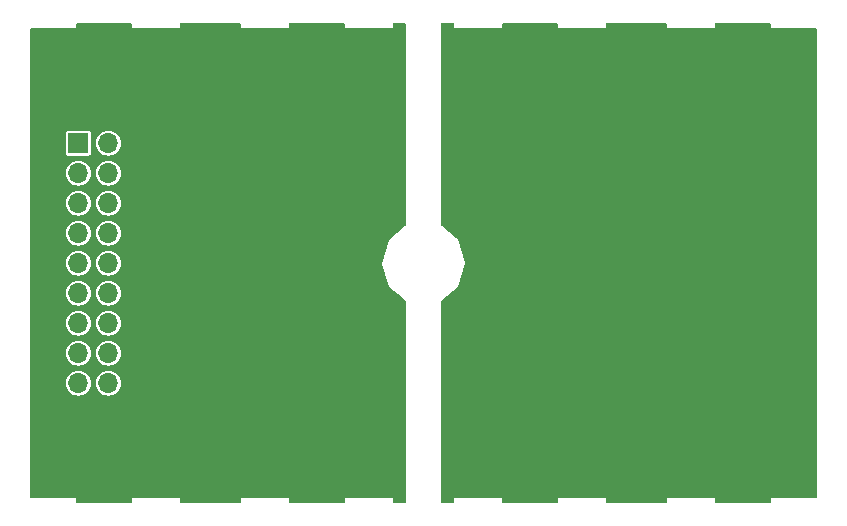
<source format=gbl>
G04 #@! TF.GenerationSoftware,KiCad,Pcbnew,8.0.8*
G04 #@! TF.CreationDate,2025-02-19T13:23:11-05:00*
G04 #@! TF.ProjectId,plot_gerbers,706c6f74-5f67-4657-9262-6572732e6b69,rev?*
G04 #@! TF.SameCoordinates,Original*
G04 #@! TF.FileFunction,Copper,L2,Bot*
G04 #@! TF.FilePolarity,Positive*
%FSLAX46Y46*%
G04 Gerber Fmt 4.6, Leading zero omitted, Abs format (unit mm)*
G04 Created by KiCad (PCBNEW 8.0.8) date 2025-02-19 13:23:11*
%MOMM*%
%LPD*%
G01*
G04 APERTURE LIST*
G04 #@! TA.AperFunction,ComponentPad*
%ADD10R,1.700000X1.700000*%
G04 #@! TD*
G04 #@! TA.AperFunction,ComponentPad*
%ADD11O,1.700000X1.700000*%
G04 #@! TD*
G04 APERTURE END LIST*
D10*
X119190000Y-93890000D03*
D11*
X121730000Y-93890000D03*
X119190000Y-96430000D03*
X121730000Y-96430000D03*
X119190000Y-98970000D03*
X121730000Y-98970000D03*
X119190000Y-101510000D03*
X121730000Y-101510000D03*
X119190000Y-104050000D03*
X121730000Y-104050000D03*
X119190000Y-106590000D03*
X121730000Y-106590000D03*
X119190000Y-109130000D03*
X121730000Y-109130000D03*
X119190000Y-111670000D03*
X121730000Y-111670000D03*
X119190000Y-114210000D03*
X121730000Y-114210000D03*
G04 #@! TA.AperFunction,NonConductor*
G36*
X150953039Y-83710185D02*
G01*
X150998794Y-83762989D01*
X151010000Y-83814500D01*
X151010000Y-84140000D01*
X155080000Y-84140000D01*
X155080000Y-83814500D01*
X155099685Y-83747461D01*
X155152489Y-83701706D01*
X155204000Y-83690500D01*
X159686000Y-83690500D01*
X159753039Y-83710185D01*
X159798794Y-83762989D01*
X159810000Y-83814500D01*
X159810000Y-84140000D01*
X163880000Y-84140000D01*
X163880000Y-83814500D01*
X163899685Y-83747461D01*
X163952489Y-83701706D01*
X164004000Y-83690500D01*
X168886000Y-83690500D01*
X168953039Y-83710185D01*
X168998794Y-83762989D01*
X169010000Y-83814500D01*
X169010000Y-84140000D01*
X173080000Y-84140000D01*
X173080000Y-83814500D01*
X173099685Y-83747461D01*
X173152489Y-83701706D01*
X173204000Y-83690500D01*
X177686000Y-83690500D01*
X177753039Y-83710185D01*
X177798794Y-83762989D01*
X177810000Y-83814500D01*
X177810000Y-84140000D01*
X181586000Y-84140000D01*
X181653039Y-84159685D01*
X181698794Y-84212489D01*
X181710000Y-84264000D01*
X181710000Y-123816000D01*
X181690315Y-123883039D01*
X181637511Y-123928794D01*
X181586000Y-123940000D01*
X177810000Y-123940000D01*
X177810000Y-124265500D01*
X177790315Y-124332539D01*
X177737511Y-124378294D01*
X177686000Y-124389500D01*
X173204000Y-124389500D01*
X173136961Y-124369815D01*
X173091206Y-124317011D01*
X173080000Y-124265500D01*
X173080000Y-123940000D01*
X169010000Y-123940000D01*
X169010000Y-124265500D01*
X168990315Y-124332539D01*
X168937511Y-124378294D01*
X168886000Y-124389500D01*
X164004000Y-124389500D01*
X163936961Y-124369815D01*
X163891206Y-124317011D01*
X163880000Y-124265500D01*
X163880000Y-123940000D01*
X159810000Y-123940000D01*
X159810000Y-124265500D01*
X159790315Y-124332539D01*
X159737511Y-124378294D01*
X159686000Y-124389500D01*
X155204000Y-124389500D01*
X155136961Y-124369815D01*
X155091206Y-124317011D01*
X155080000Y-124265500D01*
X155080000Y-123940000D01*
X151010000Y-123940000D01*
X151010000Y-124265500D01*
X150990315Y-124332539D01*
X150937511Y-124378294D01*
X150886000Y-124389500D01*
X150034000Y-124389500D01*
X149966961Y-124369815D01*
X149921206Y-124317011D01*
X149910000Y-124265500D01*
X149910000Y-107307579D01*
X149929685Y-107240540D01*
X149953988Y-107212847D01*
X150013272Y-107162775D01*
X151330353Y-106050353D01*
X151940000Y-104040000D01*
X151330353Y-102029647D01*
X151193375Y-101913954D01*
X149953988Y-100867152D01*
X149915474Y-100808856D01*
X149910000Y-100772420D01*
X149910000Y-83814500D01*
X149929685Y-83747461D01*
X149982489Y-83701706D01*
X150034000Y-83690500D01*
X150886000Y-83690500D01*
X150953039Y-83710185D01*
G37*
G04 #@! TD.AperFunction*
G04 #@! TA.AperFunction,NonConductor*
G36*
X123683039Y-83710185D02*
G01*
X123728794Y-83762989D01*
X123740000Y-83814500D01*
X123740000Y-84140000D01*
X127810000Y-84140000D01*
X127810000Y-83814500D01*
X127829685Y-83747461D01*
X127882489Y-83701706D01*
X127934000Y-83690500D01*
X132816000Y-83690500D01*
X132883039Y-83710185D01*
X132928794Y-83762989D01*
X132940000Y-83814500D01*
X132940000Y-84140000D01*
X137010000Y-84140000D01*
X137010000Y-83814500D01*
X137029685Y-83747461D01*
X137082489Y-83701706D01*
X137134000Y-83690500D01*
X141616000Y-83690500D01*
X141683039Y-83710185D01*
X141728794Y-83762989D01*
X141740000Y-83814500D01*
X141740000Y-84140000D01*
X145810000Y-84140000D01*
X145810000Y-83814500D01*
X145829685Y-83747461D01*
X145882489Y-83701706D01*
X145934000Y-83690500D01*
X146786000Y-83690500D01*
X146853039Y-83710185D01*
X146898794Y-83762989D01*
X146910000Y-83814500D01*
X146910000Y-100792932D01*
X146890315Y-100859971D01*
X146866653Y-100887118D01*
X145448775Y-102101272D01*
X145448773Y-102101275D01*
X144899999Y-104105001D01*
X144899999Y-104105002D01*
X145496908Y-106060587D01*
X145496910Y-106060590D01*
X146654465Y-106993956D01*
X146863834Y-107162775D01*
X146903666Y-107220179D01*
X146910000Y-107259304D01*
X146910000Y-124265500D01*
X146890315Y-124332539D01*
X146837511Y-124378294D01*
X146786000Y-124389500D01*
X145934000Y-124389500D01*
X145866961Y-124369815D01*
X145821206Y-124317011D01*
X145810000Y-124265500D01*
X145810000Y-123940000D01*
X141740000Y-123940000D01*
X141740000Y-124265500D01*
X141720315Y-124332539D01*
X141667511Y-124378294D01*
X141616000Y-124389500D01*
X137134000Y-124389500D01*
X137066961Y-124369815D01*
X137021206Y-124317011D01*
X137010000Y-124265500D01*
X137010000Y-123940000D01*
X132940000Y-123940000D01*
X132940000Y-124265500D01*
X132920315Y-124332539D01*
X132867511Y-124378294D01*
X132816000Y-124389500D01*
X127934000Y-124389500D01*
X127866961Y-124369815D01*
X127821206Y-124317011D01*
X127810000Y-124265500D01*
X127810000Y-123940000D01*
X123740000Y-123940000D01*
X123740000Y-124265500D01*
X123720315Y-124332539D01*
X123667511Y-124378294D01*
X123616000Y-124389500D01*
X119134000Y-124389500D01*
X119066961Y-124369815D01*
X119021206Y-124317011D01*
X119010000Y-124265500D01*
X119010000Y-123940000D01*
X115234000Y-123940000D01*
X115166961Y-123920315D01*
X115121206Y-123867511D01*
X115110000Y-123816000D01*
X115110000Y-114210000D01*
X118134417Y-114210000D01*
X118154699Y-114415932D01*
X118154700Y-114415934D01*
X118214768Y-114613954D01*
X118312315Y-114796450D01*
X118312317Y-114796452D01*
X118443589Y-114956410D01*
X118540209Y-115035702D01*
X118603550Y-115087685D01*
X118786046Y-115185232D01*
X118984066Y-115245300D01*
X118984065Y-115245300D01*
X119002529Y-115247118D01*
X119190000Y-115265583D01*
X119395934Y-115245300D01*
X119593954Y-115185232D01*
X119776450Y-115087685D01*
X119936410Y-114956410D01*
X120067685Y-114796450D01*
X120165232Y-114613954D01*
X120225300Y-114415934D01*
X120245583Y-114210000D01*
X120674417Y-114210000D01*
X120694699Y-114415932D01*
X120694700Y-114415934D01*
X120754768Y-114613954D01*
X120852315Y-114796450D01*
X120852317Y-114796452D01*
X120983589Y-114956410D01*
X121080209Y-115035702D01*
X121143550Y-115087685D01*
X121326046Y-115185232D01*
X121524066Y-115245300D01*
X121524065Y-115245300D01*
X121542529Y-115247118D01*
X121730000Y-115265583D01*
X121935934Y-115245300D01*
X122133954Y-115185232D01*
X122316450Y-115087685D01*
X122476410Y-114956410D01*
X122607685Y-114796450D01*
X122705232Y-114613954D01*
X122765300Y-114415934D01*
X122785583Y-114210000D01*
X122765300Y-114004066D01*
X122705232Y-113806046D01*
X122607685Y-113623550D01*
X122555702Y-113560209D01*
X122476410Y-113463589D01*
X122316452Y-113332317D01*
X122316453Y-113332317D01*
X122316450Y-113332315D01*
X122133954Y-113234768D01*
X121935934Y-113174700D01*
X121935932Y-113174699D01*
X121935934Y-113174699D01*
X121730000Y-113154417D01*
X121524067Y-113174699D01*
X121326043Y-113234769D01*
X121215898Y-113293643D01*
X121143550Y-113332315D01*
X121143548Y-113332316D01*
X121143547Y-113332317D01*
X120983589Y-113463589D01*
X120852317Y-113623547D01*
X120754769Y-113806043D01*
X120694699Y-114004067D01*
X120674417Y-114210000D01*
X120245583Y-114210000D01*
X120225300Y-114004066D01*
X120165232Y-113806046D01*
X120067685Y-113623550D01*
X120015702Y-113560209D01*
X119936410Y-113463589D01*
X119776452Y-113332317D01*
X119776453Y-113332317D01*
X119776450Y-113332315D01*
X119593954Y-113234768D01*
X119395934Y-113174700D01*
X119395932Y-113174699D01*
X119395934Y-113174699D01*
X119190000Y-113154417D01*
X118984067Y-113174699D01*
X118786043Y-113234769D01*
X118675898Y-113293643D01*
X118603550Y-113332315D01*
X118603548Y-113332316D01*
X118603547Y-113332317D01*
X118443589Y-113463589D01*
X118312317Y-113623547D01*
X118214769Y-113806043D01*
X118154699Y-114004067D01*
X118134417Y-114210000D01*
X115110000Y-114210000D01*
X115110000Y-111670000D01*
X118134417Y-111670000D01*
X118154699Y-111875932D01*
X118154700Y-111875934D01*
X118214768Y-112073954D01*
X118312315Y-112256450D01*
X118312317Y-112256452D01*
X118443589Y-112416410D01*
X118540209Y-112495702D01*
X118603550Y-112547685D01*
X118786046Y-112645232D01*
X118984066Y-112705300D01*
X118984065Y-112705300D01*
X119002529Y-112707118D01*
X119190000Y-112725583D01*
X119395934Y-112705300D01*
X119593954Y-112645232D01*
X119776450Y-112547685D01*
X119936410Y-112416410D01*
X120067685Y-112256450D01*
X120165232Y-112073954D01*
X120225300Y-111875934D01*
X120245583Y-111670000D01*
X120674417Y-111670000D01*
X120694699Y-111875932D01*
X120694700Y-111875934D01*
X120754768Y-112073954D01*
X120852315Y-112256450D01*
X120852317Y-112256452D01*
X120983589Y-112416410D01*
X121080209Y-112495702D01*
X121143550Y-112547685D01*
X121326046Y-112645232D01*
X121524066Y-112705300D01*
X121524065Y-112705300D01*
X121542529Y-112707118D01*
X121730000Y-112725583D01*
X121935934Y-112705300D01*
X122133954Y-112645232D01*
X122316450Y-112547685D01*
X122476410Y-112416410D01*
X122607685Y-112256450D01*
X122705232Y-112073954D01*
X122765300Y-111875934D01*
X122785583Y-111670000D01*
X122765300Y-111464066D01*
X122705232Y-111266046D01*
X122607685Y-111083550D01*
X122555702Y-111020209D01*
X122476410Y-110923589D01*
X122316452Y-110792317D01*
X122316453Y-110792317D01*
X122316450Y-110792315D01*
X122133954Y-110694768D01*
X121935934Y-110634700D01*
X121935932Y-110634699D01*
X121935934Y-110634699D01*
X121730000Y-110614417D01*
X121524067Y-110634699D01*
X121326043Y-110694769D01*
X121215898Y-110753643D01*
X121143550Y-110792315D01*
X121143548Y-110792316D01*
X121143547Y-110792317D01*
X120983589Y-110923589D01*
X120852317Y-111083547D01*
X120754769Y-111266043D01*
X120694699Y-111464067D01*
X120674417Y-111670000D01*
X120245583Y-111670000D01*
X120225300Y-111464066D01*
X120165232Y-111266046D01*
X120067685Y-111083550D01*
X120015702Y-111020209D01*
X119936410Y-110923589D01*
X119776452Y-110792317D01*
X119776453Y-110792317D01*
X119776450Y-110792315D01*
X119593954Y-110694768D01*
X119395934Y-110634700D01*
X119395932Y-110634699D01*
X119395934Y-110634699D01*
X119190000Y-110614417D01*
X118984067Y-110634699D01*
X118786043Y-110694769D01*
X118675898Y-110753643D01*
X118603550Y-110792315D01*
X118603548Y-110792316D01*
X118603547Y-110792317D01*
X118443589Y-110923589D01*
X118312317Y-111083547D01*
X118214769Y-111266043D01*
X118154699Y-111464067D01*
X118134417Y-111670000D01*
X115110000Y-111670000D01*
X115110000Y-109130000D01*
X118134417Y-109130000D01*
X118154699Y-109335932D01*
X118154700Y-109335934D01*
X118214768Y-109533954D01*
X118312315Y-109716450D01*
X118312317Y-109716452D01*
X118443589Y-109876410D01*
X118540209Y-109955702D01*
X118603550Y-110007685D01*
X118786046Y-110105232D01*
X118984066Y-110165300D01*
X118984065Y-110165300D01*
X119002529Y-110167118D01*
X119190000Y-110185583D01*
X119395934Y-110165300D01*
X119593954Y-110105232D01*
X119776450Y-110007685D01*
X119936410Y-109876410D01*
X120067685Y-109716450D01*
X120165232Y-109533954D01*
X120225300Y-109335934D01*
X120245583Y-109130000D01*
X120674417Y-109130000D01*
X120694699Y-109335932D01*
X120694700Y-109335934D01*
X120754768Y-109533954D01*
X120852315Y-109716450D01*
X120852317Y-109716452D01*
X120983589Y-109876410D01*
X121080209Y-109955702D01*
X121143550Y-110007685D01*
X121326046Y-110105232D01*
X121524066Y-110165300D01*
X121524065Y-110165300D01*
X121542529Y-110167118D01*
X121730000Y-110185583D01*
X121935934Y-110165300D01*
X122133954Y-110105232D01*
X122316450Y-110007685D01*
X122476410Y-109876410D01*
X122607685Y-109716450D01*
X122705232Y-109533954D01*
X122765300Y-109335934D01*
X122785583Y-109130000D01*
X122765300Y-108924066D01*
X122705232Y-108726046D01*
X122607685Y-108543550D01*
X122555702Y-108480209D01*
X122476410Y-108383589D01*
X122316452Y-108252317D01*
X122316453Y-108252317D01*
X122316450Y-108252315D01*
X122133954Y-108154768D01*
X121935934Y-108094700D01*
X121935932Y-108094699D01*
X121935934Y-108094699D01*
X121730000Y-108074417D01*
X121524067Y-108094699D01*
X121326043Y-108154769D01*
X121215898Y-108213643D01*
X121143550Y-108252315D01*
X121143548Y-108252316D01*
X121143547Y-108252317D01*
X120983589Y-108383589D01*
X120852317Y-108543547D01*
X120754769Y-108726043D01*
X120694699Y-108924067D01*
X120674417Y-109130000D01*
X120245583Y-109130000D01*
X120225300Y-108924066D01*
X120165232Y-108726046D01*
X120067685Y-108543550D01*
X120015702Y-108480209D01*
X119936410Y-108383589D01*
X119776452Y-108252317D01*
X119776453Y-108252317D01*
X119776450Y-108252315D01*
X119593954Y-108154768D01*
X119395934Y-108094700D01*
X119395932Y-108094699D01*
X119395934Y-108094699D01*
X119190000Y-108074417D01*
X118984067Y-108094699D01*
X118786043Y-108154769D01*
X118675898Y-108213643D01*
X118603550Y-108252315D01*
X118603548Y-108252316D01*
X118603547Y-108252317D01*
X118443589Y-108383589D01*
X118312317Y-108543547D01*
X118214769Y-108726043D01*
X118154699Y-108924067D01*
X118134417Y-109130000D01*
X115110000Y-109130000D01*
X115110000Y-106590000D01*
X118134417Y-106590000D01*
X118154699Y-106795932D01*
X118154700Y-106795934D01*
X118214768Y-106993954D01*
X118312315Y-107176450D01*
X118312317Y-107176452D01*
X118443589Y-107336410D01*
X118540209Y-107415702D01*
X118603550Y-107467685D01*
X118786046Y-107565232D01*
X118984066Y-107625300D01*
X118984065Y-107625300D01*
X119002529Y-107627118D01*
X119190000Y-107645583D01*
X119395934Y-107625300D01*
X119593954Y-107565232D01*
X119776450Y-107467685D01*
X119936410Y-107336410D01*
X120067685Y-107176450D01*
X120165232Y-106993954D01*
X120225300Y-106795934D01*
X120245583Y-106590000D01*
X120674417Y-106590000D01*
X120694699Y-106795932D01*
X120694700Y-106795934D01*
X120754768Y-106993954D01*
X120852315Y-107176450D01*
X120852317Y-107176452D01*
X120983589Y-107336410D01*
X121080209Y-107415702D01*
X121143550Y-107467685D01*
X121326046Y-107565232D01*
X121524066Y-107625300D01*
X121524065Y-107625300D01*
X121542529Y-107627118D01*
X121730000Y-107645583D01*
X121935934Y-107625300D01*
X122133954Y-107565232D01*
X122316450Y-107467685D01*
X122476410Y-107336410D01*
X122607685Y-107176450D01*
X122705232Y-106993954D01*
X122765300Y-106795934D01*
X122785583Y-106590000D01*
X122765300Y-106384066D01*
X122705232Y-106186046D01*
X122607685Y-106003550D01*
X122555702Y-105940209D01*
X122476410Y-105843589D01*
X122316452Y-105712317D01*
X122316453Y-105712317D01*
X122316450Y-105712315D01*
X122133954Y-105614768D01*
X121935934Y-105554700D01*
X121935932Y-105554699D01*
X121935934Y-105554699D01*
X121730000Y-105534417D01*
X121524067Y-105554699D01*
X121326043Y-105614769D01*
X121215898Y-105673643D01*
X121143550Y-105712315D01*
X121143548Y-105712316D01*
X121143547Y-105712317D01*
X120983589Y-105843589D01*
X120852317Y-106003547D01*
X120754769Y-106186043D01*
X120694699Y-106384067D01*
X120674417Y-106590000D01*
X120245583Y-106590000D01*
X120225300Y-106384066D01*
X120165232Y-106186046D01*
X120067685Y-106003550D01*
X120015702Y-105940209D01*
X119936410Y-105843589D01*
X119776452Y-105712317D01*
X119776453Y-105712317D01*
X119776450Y-105712315D01*
X119593954Y-105614768D01*
X119395934Y-105554700D01*
X119395932Y-105554699D01*
X119395934Y-105554699D01*
X119190000Y-105534417D01*
X118984067Y-105554699D01*
X118786043Y-105614769D01*
X118675898Y-105673643D01*
X118603550Y-105712315D01*
X118603548Y-105712316D01*
X118603547Y-105712317D01*
X118443589Y-105843589D01*
X118312317Y-106003547D01*
X118214769Y-106186043D01*
X118154699Y-106384067D01*
X118134417Y-106590000D01*
X115110000Y-106590000D01*
X115110000Y-104050000D01*
X118134417Y-104050000D01*
X118154699Y-104255932D01*
X118154700Y-104255934D01*
X118214768Y-104453954D01*
X118312315Y-104636450D01*
X118312317Y-104636452D01*
X118443589Y-104796410D01*
X118540209Y-104875702D01*
X118603550Y-104927685D01*
X118786046Y-105025232D01*
X118984066Y-105085300D01*
X118984065Y-105085300D01*
X119002529Y-105087118D01*
X119190000Y-105105583D01*
X119395934Y-105085300D01*
X119593954Y-105025232D01*
X119776450Y-104927685D01*
X119936410Y-104796410D01*
X120067685Y-104636450D01*
X120165232Y-104453954D01*
X120225300Y-104255934D01*
X120245583Y-104050000D01*
X120674417Y-104050000D01*
X120694699Y-104255932D01*
X120694700Y-104255934D01*
X120754768Y-104453954D01*
X120852315Y-104636450D01*
X120852317Y-104636452D01*
X120983589Y-104796410D01*
X121080209Y-104875702D01*
X121143550Y-104927685D01*
X121326046Y-105025232D01*
X121524066Y-105085300D01*
X121524065Y-105085300D01*
X121542529Y-105087118D01*
X121730000Y-105105583D01*
X121935934Y-105085300D01*
X122133954Y-105025232D01*
X122316450Y-104927685D01*
X122476410Y-104796410D01*
X122607685Y-104636450D01*
X122705232Y-104453954D01*
X122765300Y-104255934D01*
X122785583Y-104050000D01*
X122765300Y-103844066D01*
X122705232Y-103646046D01*
X122607685Y-103463550D01*
X122555702Y-103400209D01*
X122476410Y-103303589D01*
X122316452Y-103172317D01*
X122316453Y-103172317D01*
X122316450Y-103172315D01*
X122133954Y-103074768D01*
X121935934Y-103014700D01*
X121935932Y-103014699D01*
X121935934Y-103014699D01*
X121730000Y-102994417D01*
X121524067Y-103014699D01*
X121326043Y-103074769D01*
X121215898Y-103133643D01*
X121143550Y-103172315D01*
X121143548Y-103172316D01*
X121143547Y-103172317D01*
X120983589Y-103303589D01*
X120852317Y-103463547D01*
X120754769Y-103646043D01*
X120694699Y-103844067D01*
X120674417Y-104050000D01*
X120245583Y-104050000D01*
X120225300Y-103844066D01*
X120165232Y-103646046D01*
X120067685Y-103463550D01*
X120015702Y-103400209D01*
X119936410Y-103303589D01*
X119776452Y-103172317D01*
X119776453Y-103172317D01*
X119776450Y-103172315D01*
X119593954Y-103074768D01*
X119395934Y-103014700D01*
X119395932Y-103014699D01*
X119395934Y-103014699D01*
X119190000Y-102994417D01*
X118984067Y-103014699D01*
X118786043Y-103074769D01*
X118675898Y-103133643D01*
X118603550Y-103172315D01*
X118603548Y-103172316D01*
X118603547Y-103172317D01*
X118443589Y-103303589D01*
X118312317Y-103463547D01*
X118214769Y-103646043D01*
X118154699Y-103844067D01*
X118134417Y-104050000D01*
X115110000Y-104050000D01*
X115110000Y-101510000D01*
X118134417Y-101510000D01*
X118154699Y-101715932D01*
X118154700Y-101715934D01*
X118214768Y-101913954D01*
X118312315Y-102096450D01*
X118316274Y-102101274D01*
X118443589Y-102256410D01*
X118540209Y-102335702D01*
X118603550Y-102387685D01*
X118786046Y-102485232D01*
X118984066Y-102545300D01*
X118984065Y-102545300D01*
X119002529Y-102547118D01*
X119190000Y-102565583D01*
X119395934Y-102545300D01*
X119593954Y-102485232D01*
X119776450Y-102387685D01*
X119936410Y-102256410D01*
X120067685Y-102096450D01*
X120165232Y-101913954D01*
X120225300Y-101715934D01*
X120245583Y-101510000D01*
X120674417Y-101510000D01*
X120694699Y-101715932D01*
X120694700Y-101715934D01*
X120754768Y-101913954D01*
X120852315Y-102096450D01*
X120856274Y-102101274D01*
X120983589Y-102256410D01*
X121080209Y-102335702D01*
X121143550Y-102387685D01*
X121326046Y-102485232D01*
X121524066Y-102545300D01*
X121524065Y-102545300D01*
X121542529Y-102547118D01*
X121730000Y-102565583D01*
X121935934Y-102545300D01*
X122133954Y-102485232D01*
X122316450Y-102387685D01*
X122476410Y-102256410D01*
X122607685Y-102096450D01*
X122705232Y-101913954D01*
X122765300Y-101715934D01*
X122785583Y-101510000D01*
X122765300Y-101304066D01*
X122705232Y-101106046D01*
X122607685Y-100923550D01*
X122555507Y-100859971D01*
X122476410Y-100763589D01*
X122316452Y-100632317D01*
X122316453Y-100632317D01*
X122316450Y-100632315D01*
X122133954Y-100534768D01*
X121935934Y-100474700D01*
X121935932Y-100474699D01*
X121935934Y-100474699D01*
X121730000Y-100454417D01*
X121524067Y-100474699D01*
X121326043Y-100534769D01*
X121215898Y-100593643D01*
X121143550Y-100632315D01*
X121143548Y-100632316D01*
X121143547Y-100632317D01*
X120983589Y-100763589D01*
X120852317Y-100923547D01*
X120754769Y-101106043D01*
X120694699Y-101304067D01*
X120674417Y-101510000D01*
X120245583Y-101510000D01*
X120225300Y-101304066D01*
X120165232Y-101106046D01*
X120067685Y-100923550D01*
X120015507Y-100859971D01*
X119936410Y-100763589D01*
X119776452Y-100632317D01*
X119776453Y-100632317D01*
X119776450Y-100632315D01*
X119593954Y-100534768D01*
X119395934Y-100474700D01*
X119395932Y-100474699D01*
X119395934Y-100474699D01*
X119190000Y-100454417D01*
X118984067Y-100474699D01*
X118786043Y-100534769D01*
X118675898Y-100593643D01*
X118603550Y-100632315D01*
X118603548Y-100632316D01*
X118603547Y-100632317D01*
X118443589Y-100763589D01*
X118312317Y-100923547D01*
X118214769Y-101106043D01*
X118154699Y-101304067D01*
X118134417Y-101510000D01*
X115110000Y-101510000D01*
X115110000Y-98970000D01*
X118134417Y-98970000D01*
X118154699Y-99175932D01*
X118154700Y-99175934D01*
X118214768Y-99373954D01*
X118312315Y-99556450D01*
X118312317Y-99556452D01*
X118443589Y-99716410D01*
X118540209Y-99795702D01*
X118603550Y-99847685D01*
X118786046Y-99945232D01*
X118984066Y-100005300D01*
X118984065Y-100005300D01*
X119002529Y-100007118D01*
X119190000Y-100025583D01*
X119395934Y-100005300D01*
X119593954Y-99945232D01*
X119776450Y-99847685D01*
X119936410Y-99716410D01*
X120067685Y-99556450D01*
X120165232Y-99373954D01*
X120225300Y-99175934D01*
X120245583Y-98970000D01*
X120674417Y-98970000D01*
X120694699Y-99175932D01*
X120694700Y-99175934D01*
X120754768Y-99373954D01*
X120852315Y-99556450D01*
X120852317Y-99556452D01*
X120983589Y-99716410D01*
X121080209Y-99795702D01*
X121143550Y-99847685D01*
X121326046Y-99945232D01*
X121524066Y-100005300D01*
X121524065Y-100005300D01*
X121542529Y-100007118D01*
X121730000Y-100025583D01*
X121935934Y-100005300D01*
X122133954Y-99945232D01*
X122316450Y-99847685D01*
X122476410Y-99716410D01*
X122607685Y-99556450D01*
X122705232Y-99373954D01*
X122765300Y-99175934D01*
X122785583Y-98970000D01*
X122765300Y-98764066D01*
X122705232Y-98566046D01*
X122607685Y-98383550D01*
X122555702Y-98320209D01*
X122476410Y-98223589D01*
X122316452Y-98092317D01*
X122316453Y-98092317D01*
X122316450Y-98092315D01*
X122133954Y-97994768D01*
X121935934Y-97934700D01*
X121935932Y-97934699D01*
X121935934Y-97934699D01*
X121730000Y-97914417D01*
X121524067Y-97934699D01*
X121326043Y-97994769D01*
X121215898Y-98053643D01*
X121143550Y-98092315D01*
X121143548Y-98092316D01*
X121143547Y-98092317D01*
X120983589Y-98223589D01*
X120852317Y-98383547D01*
X120754769Y-98566043D01*
X120694699Y-98764067D01*
X120674417Y-98970000D01*
X120245583Y-98970000D01*
X120225300Y-98764066D01*
X120165232Y-98566046D01*
X120067685Y-98383550D01*
X120015702Y-98320209D01*
X119936410Y-98223589D01*
X119776452Y-98092317D01*
X119776453Y-98092317D01*
X119776450Y-98092315D01*
X119593954Y-97994768D01*
X119395934Y-97934700D01*
X119395932Y-97934699D01*
X119395934Y-97934699D01*
X119190000Y-97914417D01*
X118984067Y-97934699D01*
X118786043Y-97994769D01*
X118675898Y-98053643D01*
X118603550Y-98092315D01*
X118603548Y-98092316D01*
X118603547Y-98092317D01*
X118443589Y-98223589D01*
X118312317Y-98383547D01*
X118214769Y-98566043D01*
X118154699Y-98764067D01*
X118134417Y-98970000D01*
X115110000Y-98970000D01*
X115110000Y-96430000D01*
X118134417Y-96430000D01*
X118154699Y-96635932D01*
X118154700Y-96635934D01*
X118214768Y-96833954D01*
X118312315Y-97016450D01*
X118312317Y-97016452D01*
X118443589Y-97176410D01*
X118540209Y-97255702D01*
X118603550Y-97307685D01*
X118786046Y-97405232D01*
X118984066Y-97465300D01*
X118984065Y-97465300D01*
X119002529Y-97467118D01*
X119190000Y-97485583D01*
X119395934Y-97465300D01*
X119593954Y-97405232D01*
X119776450Y-97307685D01*
X119936410Y-97176410D01*
X120067685Y-97016450D01*
X120165232Y-96833954D01*
X120225300Y-96635934D01*
X120245583Y-96430000D01*
X120674417Y-96430000D01*
X120694699Y-96635932D01*
X120694700Y-96635934D01*
X120754768Y-96833954D01*
X120852315Y-97016450D01*
X120852317Y-97016452D01*
X120983589Y-97176410D01*
X121080209Y-97255702D01*
X121143550Y-97307685D01*
X121326046Y-97405232D01*
X121524066Y-97465300D01*
X121524065Y-97465300D01*
X121542529Y-97467118D01*
X121730000Y-97485583D01*
X121935934Y-97465300D01*
X122133954Y-97405232D01*
X122316450Y-97307685D01*
X122476410Y-97176410D01*
X122607685Y-97016450D01*
X122705232Y-96833954D01*
X122765300Y-96635934D01*
X122785583Y-96430000D01*
X122765300Y-96224066D01*
X122705232Y-96026046D01*
X122607685Y-95843550D01*
X122555702Y-95780209D01*
X122476410Y-95683589D01*
X122316452Y-95552317D01*
X122316453Y-95552317D01*
X122316450Y-95552315D01*
X122133954Y-95454768D01*
X121935934Y-95394700D01*
X121935932Y-95394699D01*
X121935934Y-95394699D01*
X121730000Y-95374417D01*
X121524067Y-95394699D01*
X121326043Y-95454769D01*
X121215898Y-95513643D01*
X121143550Y-95552315D01*
X121143548Y-95552316D01*
X121143547Y-95552317D01*
X120983589Y-95683589D01*
X120852317Y-95843547D01*
X120754769Y-96026043D01*
X120694699Y-96224067D01*
X120674417Y-96430000D01*
X120245583Y-96430000D01*
X120225300Y-96224066D01*
X120165232Y-96026046D01*
X120067685Y-95843550D01*
X120015702Y-95780209D01*
X119936410Y-95683589D01*
X119776452Y-95552317D01*
X119776453Y-95552317D01*
X119776450Y-95552315D01*
X119593954Y-95454768D01*
X119395934Y-95394700D01*
X119395932Y-95394699D01*
X119395934Y-95394699D01*
X119190000Y-95374417D01*
X118984067Y-95394699D01*
X118786043Y-95454769D01*
X118675898Y-95513643D01*
X118603550Y-95552315D01*
X118603548Y-95552316D01*
X118603547Y-95552317D01*
X118443589Y-95683589D01*
X118312317Y-95843547D01*
X118214769Y-96026043D01*
X118154699Y-96224067D01*
X118134417Y-96430000D01*
X115110000Y-96430000D01*
X115110000Y-93020247D01*
X118139500Y-93020247D01*
X118139500Y-94759752D01*
X118151131Y-94818229D01*
X118151132Y-94818230D01*
X118195447Y-94884552D01*
X118261769Y-94928867D01*
X118261770Y-94928868D01*
X118320247Y-94940499D01*
X118320250Y-94940500D01*
X118320252Y-94940500D01*
X120059750Y-94940500D01*
X120059751Y-94940499D01*
X120074568Y-94937552D01*
X120118229Y-94928868D01*
X120118229Y-94928867D01*
X120118231Y-94928867D01*
X120184552Y-94884552D01*
X120228867Y-94818231D01*
X120228867Y-94818229D01*
X120228868Y-94818229D01*
X120240499Y-94759752D01*
X120240500Y-94759750D01*
X120240500Y-93890000D01*
X120674417Y-93890000D01*
X120694699Y-94095932D01*
X120694700Y-94095934D01*
X120754768Y-94293954D01*
X120852315Y-94476450D01*
X120852317Y-94476452D01*
X120983589Y-94636410D01*
X121080209Y-94715702D01*
X121143550Y-94767685D01*
X121326046Y-94865232D01*
X121524066Y-94925300D01*
X121524065Y-94925300D01*
X121542529Y-94927118D01*
X121730000Y-94945583D01*
X121935934Y-94925300D01*
X122133954Y-94865232D01*
X122316450Y-94767685D01*
X122476410Y-94636410D01*
X122607685Y-94476450D01*
X122705232Y-94293954D01*
X122765300Y-94095934D01*
X122785583Y-93890000D01*
X122765300Y-93684066D01*
X122705232Y-93486046D01*
X122607685Y-93303550D01*
X122555702Y-93240209D01*
X122476410Y-93143589D01*
X122326121Y-93020252D01*
X122316450Y-93012315D01*
X122133954Y-92914768D01*
X121935934Y-92854700D01*
X121935932Y-92854699D01*
X121935934Y-92854699D01*
X121730000Y-92834417D01*
X121524067Y-92854699D01*
X121326043Y-92914769D01*
X121238114Y-92961769D01*
X121143550Y-93012315D01*
X121143548Y-93012316D01*
X121143547Y-93012317D01*
X120983589Y-93143589D01*
X120852317Y-93303547D01*
X120754769Y-93486043D01*
X120694699Y-93684067D01*
X120674417Y-93890000D01*
X120240500Y-93890000D01*
X120240500Y-93020249D01*
X120240499Y-93020247D01*
X120228868Y-92961770D01*
X120228867Y-92961769D01*
X120184552Y-92895447D01*
X120118230Y-92851132D01*
X120118229Y-92851131D01*
X120059752Y-92839500D01*
X120059748Y-92839500D01*
X118320252Y-92839500D01*
X118320247Y-92839500D01*
X118261770Y-92851131D01*
X118261769Y-92851132D01*
X118195447Y-92895447D01*
X118151132Y-92961769D01*
X118151131Y-92961770D01*
X118139500Y-93020247D01*
X115110000Y-93020247D01*
X115110000Y-84264000D01*
X115129685Y-84196961D01*
X115182489Y-84151206D01*
X115234000Y-84140000D01*
X119010000Y-84140000D01*
X119010000Y-83814500D01*
X119029685Y-83747461D01*
X119082489Y-83701706D01*
X119134000Y-83690500D01*
X123616000Y-83690500D01*
X123683039Y-83710185D01*
G37*
G04 #@! TD.AperFunction*
M02*

</source>
